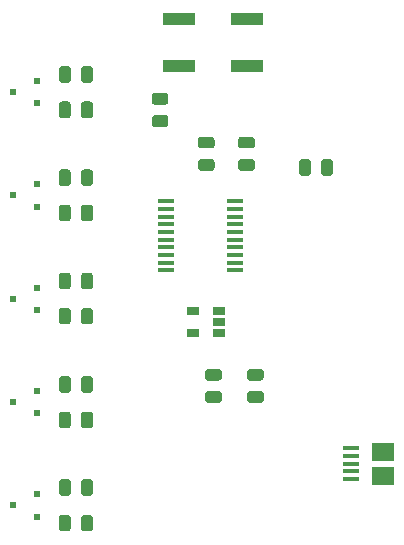
<source format=gbr>
G04 #@! TF.GenerationSoftware,KiCad,Pcbnew,(5.1.5)-3*
G04 #@! TF.CreationDate,2020-12-03T20:33:16+01:00*
G04 #@! TF.ProjectId,MCU_board,4d43555f-626f-4617-9264-2e6b69636164,rev?*
G04 #@! TF.SameCoordinates,Original*
G04 #@! TF.FileFunction,Paste,Top*
G04 #@! TF.FilePolarity,Positive*
%FSLAX46Y46*%
G04 Gerber Fmt 4.6, Leading zero omitted, Abs format (unit mm)*
G04 Created by KiCad (PCBNEW (5.1.5)-3) date 2020-12-03 20:33:16*
%MOMM*%
%LPD*%
G04 APERTURE LIST*
%ADD10R,2.750000X1.000000*%
%ADD11C,0.100000*%
%ADD12R,1.900000X1.500000*%
%ADD13R,1.350000X0.400000*%
%ADD14R,1.060000X0.650000*%
%ADD15R,1.450000X0.450000*%
%ADD16R,0.600000X0.500000*%
G04 APERTURE END LIST*
D10*
X71105000Y-74880000D03*
X65355000Y-74880000D03*
X71105000Y-70880000D03*
X65355000Y-70880000D03*
D11*
G36*
X72260142Y-100556174D02*
G01*
X72283803Y-100559684D01*
X72307007Y-100565496D01*
X72329529Y-100573554D01*
X72351153Y-100583782D01*
X72371670Y-100596079D01*
X72390883Y-100610329D01*
X72408607Y-100626393D01*
X72424671Y-100644117D01*
X72438921Y-100663330D01*
X72451218Y-100683847D01*
X72461446Y-100705471D01*
X72469504Y-100727993D01*
X72475316Y-100751197D01*
X72478826Y-100774858D01*
X72480000Y-100798750D01*
X72480000Y-101286250D01*
X72478826Y-101310142D01*
X72475316Y-101333803D01*
X72469504Y-101357007D01*
X72461446Y-101379529D01*
X72451218Y-101401153D01*
X72438921Y-101421670D01*
X72424671Y-101440883D01*
X72408607Y-101458607D01*
X72390883Y-101474671D01*
X72371670Y-101488921D01*
X72351153Y-101501218D01*
X72329529Y-101511446D01*
X72307007Y-101519504D01*
X72283803Y-101525316D01*
X72260142Y-101528826D01*
X72236250Y-101530000D01*
X71323750Y-101530000D01*
X71299858Y-101528826D01*
X71276197Y-101525316D01*
X71252993Y-101519504D01*
X71230471Y-101511446D01*
X71208847Y-101501218D01*
X71188330Y-101488921D01*
X71169117Y-101474671D01*
X71151393Y-101458607D01*
X71135329Y-101440883D01*
X71121079Y-101421670D01*
X71108782Y-101401153D01*
X71098554Y-101379529D01*
X71090496Y-101357007D01*
X71084684Y-101333803D01*
X71081174Y-101310142D01*
X71080000Y-101286250D01*
X71080000Y-100798750D01*
X71081174Y-100774858D01*
X71084684Y-100751197D01*
X71090496Y-100727993D01*
X71098554Y-100705471D01*
X71108782Y-100683847D01*
X71121079Y-100663330D01*
X71135329Y-100644117D01*
X71151393Y-100626393D01*
X71169117Y-100610329D01*
X71188330Y-100596079D01*
X71208847Y-100583782D01*
X71230471Y-100573554D01*
X71252993Y-100565496D01*
X71276197Y-100559684D01*
X71299858Y-100556174D01*
X71323750Y-100555000D01*
X72236250Y-100555000D01*
X72260142Y-100556174D01*
G37*
G36*
X72260142Y-102431174D02*
G01*
X72283803Y-102434684D01*
X72307007Y-102440496D01*
X72329529Y-102448554D01*
X72351153Y-102458782D01*
X72371670Y-102471079D01*
X72390883Y-102485329D01*
X72408607Y-102501393D01*
X72424671Y-102519117D01*
X72438921Y-102538330D01*
X72451218Y-102558847D01*
X72461446Y-102580471D01*
X72469504Y-102602993D01*
X72475316Y-102626197D01*
X72478826Y-102649858D01*
X72480000Y-102673750D01*
X72480000Y-103161250D01*
X72478826Y-103185142D01*
X72475316Y-103208803D01*
X72469504Y-103232007D01*
X72461446Y-103254529D01*
X72451218Y-103276153D01*
X72438921Y-103296670D01*
X72424671Y-103315883D01*
X72408607Y-103333607D01*
X72390883Y-103349671D01*
X72371670Y-103363921D01*
X72351153Y-103376218D01*
X72329529Y-103386446D01*
X72307007Y-103394504D01*
X72283803Y-103400316D01*
X72260142Y-103403826D01*
X72236250Y-103405000D01*
X71323750Y-103405000D01*
X71299858Y-103403826D01*
X71276197Y-103400316D01*
X71252993Y-103394504D01*
X71230471Y-103386446D01*
X71208847Y-103376218D01*
X71188330Y-103363921D01*
X71169117Y-103349671D01*
X71151393Y-103333607D01*
X71135329Y-103315883D01*
X71121079Y-103296670D01*
X71108782Y-103276153D01*
X71098554Y-103254529D01*
X71090496Y-103232007D01*
X71084684Y-103208803D01*
X71081174Y-103185142D01*
X71080000Y-103161250D01*
X71080000Y-102673750D01*
X71081174Y-102649858D01*
X71084684Y-102626197D01*
X71090496Y-102602993D01*
X71098554Y-102580471D01*
X71108782Y-102558847D01*
X71121079Y-102538330D01*
X71135329Y-102519117D01*
X71151393Y-102501393D01*
X71169117Y-102485329D01*
X71188330Y-102471079D01*
X71208847Y-102458782D01*
X71230471Y-102448554D01*
X71252993Y-102440496D01*
X71276197Y-102434684D01*
X71299858Y-102431174D01*
X71323750Y-102430000D01*
X72236250Y-102430000D01*
X72260142Y-102431174D01*
G37*
G36*
X68710142Y-102431174D02*
G01*
X68733803Y-102434684D01*
X68757007Y-102440496D01*
X68779529Y-102448554D01*
X68801153Y-102458782D01*
X68821670Y-102471079D01*
X68840883Y-102485329D01*
X68858607Y-102501393D01*
X68874671Y-102519117D01*
X68888921Y-102538330D01*
X68901218Y-102558847D01*
X68911446Y-102580471D01*
X68919504Y-102602993D01*
X68925316Y-102626197D01*
X68928826Y-102649858D01*
X68930000Y-102673750D01*
X68930000Y-103161250D01*
X68928826Y-103185142D01*
X68925316Y-103208803D01*
X68919504Y-103232007D01*
X68911446Y-103254529D01*
X68901218Y-103276153D01*
X68888921Y-103296670D01*
X68874671Y-103315883D01*
X68858607Y-103333607D01*
X68840883Y-103349671D01*
X68821670Y-103363921D01*
X68801153Y-103376218D01*
X68779529Y-103386446D01*
X68757007Y-103394504D01*
X68733803Y-103400316D01*
X68710142Y-103403826D01*
X68686250Y-103405000D01*
X67773750Y-103405000D01*
X67749858Y-103403826D01*
X67726197Y-103400316D01*
X67702993Y-103394504D01*
X67680471Y-103386446D01*
X67658847Y-103376218D01*
X67638330Y-103363921D01*
X67619117Y-103349671D01*
X67601393Y-103333607D01*
X67585329Y-103315883D01*
X67571079Y-103296670D01*
X67558782Y-103276153D01*
X67548554Y-103254529D01*
X67540496Y-103232007D01*
X67534684Y-103208803D01*
X67531174Y-103185142D01*
X67530000Y-103161250D01*
X67530000Y-102673750D01*
X67531174Y-102649858D01*
X67534684Y-102626197D01*
X67540496Y-102602993D01*
X67548554Y-102580471D01*
X67558782Y-102558847D01*
X67571079Y-102538330D01*
X67585329Y-102519117D01*
X67601393Y-102501393D01*
X67619117Y-102485329D01*
X67638330Y-102471079D01*
X67658847Y-102458782D01*
X67680471Y-102448554D01*
X67702993Y-102440496D01*
X67726197Y-102434684D01*
X67749858Y-102431174D01*
X67773750Y-102430000D01*
X68686250Y-102430000D01*
X68710142Y-102431174D01*
G37*
G36*
X68710142Y-100556174D02*
G01*
X68733803Y-100559684D01*
X68757007Y-100565496D01*
X68779529Y-100573554D01*
X68801153Y-100583782D01*
X68821670Y-100596079D01*
X68840883Y-100610329D01*
X68858607Y-100626393D01*
X68874671Y-100644117D01*
X68888921Y-100663330D01*
X68901218Y-100683847D01*
X68911446Y-100705471D01*
X68919504Y-100727993D01*
X68925316Y-100751197D01*
X68928826Y-100774858D01*
X68930000Y-100798750D01*
X68930000Y-101286250D01*
X68928826Y-101310142D01*
X68925316Y-101333803D01*
X68919504Y-101357007D01*
X68911446Y-101379529D01*
X68901218Y-101401153D01*
X68888921Y-101421670D01*
X68874671Y-101440883D01*
X68858607Y-101458607D01*
X68840883Y-101474671D01*
X68821670Y-101488921D01*
X68801153Y-101501218D01*
X68779529Y-101511446D01*
X68757007Y-101519504D01*
X68733803Y-101525316D01*
X68710142Y-101528826D01*
X68686250Y-101530000D01*
X67773750Y-101530000D01*
X67749858Y-101528826D01*
X67726197Y-101525316D01*
X67702993Y-101519504D01*
X67680471Y-101511446D01*
X67658847Y-101501218D01*
X67638330Y-101488921D01*
X67619117Y-101474671D01*
X67601393Y-101458607D01*
X67585329Y-101440883D01*
X67571079Y-101421670D01*
X67558782Y-101401153D01*
X67548554Y-101379529D01*
X67540496Y-101357007D01*
X67534684Y-101333803D01*
X67531174Y-101310142D01*
X67530000Y-101286250D01*
X67530000Y-100798750D01*
X67531174Y-100774858D01*
X67534684Y-100751197D01*
X67540496Y-100727993D01*
X67548554Y-100705471D01*
X67558782Y-100683847D01*
X67571079Y-100663330D01*
X67585329Y-100644117D01*
X67601393Y-100626393D01*
X67619117Y-100610329D01*
X67638330Y-100596079D01*
X67658847Y-100583782D01*
X67680471Y-100573554D01*
X67702993Y-100565496D01*
X67726197Y-100559684D01*
X67749858Y-100556174D01*
X67773750Y-100555000D01*
X68686250Y-100555000D01*
X68710142Y-100556174D01*
G37*
G36*
X68110142Y-80906174D02*
G01*
X68133803Y-80909684D01*
X68157007Y-80915496D01*
X68179529Y-80923554D01*
X68201153Y-80933782D01*
X68221670Y-80946079D01*
X68240883Y-80960329D01*
X68258607Y-80976393D01*
X68274671Y-80994117D01*
X68288921Y-81013330D01*
X68301218Y-81033847D01*
X68311446Y-81055471D01*
X68319504Y-81077993D01*
X68325316Y-81101197D01*
X68328826Y-81124858D01*
X68330000Y-81148750D01*
X68330000Y-81636250D01*
X68328826Y-81660142D01*
X68325316Y-81683803D01*
X68319504Y-81707007D01*
X68311446Y-81729529D01*
X68301218Y-81751153D01*
X68288921Y-81771670D01*
X68274671Y-81790883D01*
X68258607Y-81808607D01*
X68240883Y-81824671D01*
X68221670Y-81838921D01*
X68201153Y-81851218D01*
X68179529Y-81861446D01*
X68157007Y-81869504D01*
X68133803Y-81875316D01*
X68110142Y-81878826D01*
X68086250Y-81880000D01*
X67173750Y-81880000D01*
X67149858Y-81878826D01*
X67126197Y-81875316D01*
X67102993Y-81869504D01*
X67080471Y-81861446D01*
X67058847Y-81851218D01*
X67038330Y-81838921D01*
X67019117Y-81824671D01*
X67001393Y-81808607D01*
X66985329Y-81790883D01*
X66971079Y-81771670D01*
X66958782Y-81751153D01*
X66948554Y-81729529D01*
X66940496Y-81707007D01*
X66934684Y-81683803D01*
X66931174Y-81660142D01*
X66930000Y-81636250D01*
X66930000Y-81148750D01*
X66931174Y-81124858D01*
X66934684Y-81101197D01*
X66940496Y-81077993D01*
X66948554Y-81055471D01*
X66958782Y-81033847D01*
X66971079Y-81013330D01*
X66985329Y-80994117D01*
X67001393Y-80976393D01*
X67019117Y-80960329D01*
X67038330Y-80946079D01*
X67058847Y-80933782D01*
X67080471Y-80923554D01*
X67102993Y-80915496D01*
X67126197Y-80909684D01*
X67149858Y-80906174D01*
X67173750Y-80905000D01*
X68086250Y-80905000D01*
X68110142Y-80906174D01*
G37*
G36*
X68110142Y-82781174D02*
G01*
X68133803Y-82784684D01*
X68157007Y-82790496D01*
X68179529Y-82798554D01*
X68201153Y-82808782D01*
X68221670Y-82821079D01*
X68240883Y-82835329D01*
X68258607Y-82851393D01*
X68274671Y-82869117D01*
X68288921Y-82888330D01*
X68301218Y-82908847D01*
X68311446Y-82930471D01*
X68319504Y-82952993D01*
X68325316Y-82976197D01*
X68328826Y-82999858D01*
X68330000Y-83023750D01*
X68330000Y-83511250D01*
X68328826Y-83535142D01*
X68325316Y-83558803D01*
X68319504Y-83582007D01*
X68311446Y-83604529D01*
X68301218Y-83626153D01*
X68288921Y-83646670D01*
X68274671Y-83665883D01*
X68258607Y-83683607D01*
X68240883Y-83699671D01*
X68221670Y-83713921D01*
X68201153Y-83726218D01*
X68179529Y-83736446D01*
X68157007Y-83744504D01*
X68133803Y-83750316D01*
X68110142Y-83753826D01*
X68086250Y-83755000D01*
X67173750Y-83755000D01*
X67149858Y-83753826D01*
X67126197Y-83750316D01*
X67102993Y-83744504D01*
X67080471Y-83736446D01*
X67058847Y-83726218D01*
X67038330Y-83713921D01*
X67019117Y-83699671D01*
X67001393Y-83683607D01*
X66985329Y-83665883D01*
X66971079Y-83646670D01*
X66958782Y-83626153D01*
X66948554Y-83604529D01*
X66940496Y-83582007D01*
X66934684Y-83558803D01*
X66931174Y-83535142D01*
X66930000Y-83511250D01*
X66930000Y-83023750D01*
X66931174Y-82999858D01*
X66934684Y-82976197D01*
X66940496Y-82952993D01*
X66948554Y-82930471D01*
X66958782Y-82908847D01*
X66971079Y-82888330D01*
X66985329Y-82869117D01*
X67001393Y-82851393D01*
X67019117Y-82835329D01*
X67038330Y-82821079D01*
X67058847Y-82808782D01*
X67080471Y-82798554D01*
X67102993Y-82790496D01*
X67126197Y-82784684D01*
X67149858Y-82781174D01*
X67173750Y-82780000D01*
X68086250Y-82780000D01*
X68110142Y-82781174D01*
G37*
G36*
X71510142Y-82781174D02*
G01*
X71533803Y-82784684D01*
X71557007Y-82790496D01*
X71579529Y-82798554D01*
X71601153Y-82808782D01*
X71621670Y-82821079D01*
X71640883Y-82835329D01*
X71658607Y-82851393D01*
X71674671Y-82869117D01*
X71688921Y-82888330D01*
X71701218Y-82908847D01*
X71711446Y-82930471D01*
X71719504Y-82952993D01*
X71725316Y-82976197D01*
X71728826Y-82999858D01*
X71730000Y-83023750D01*
X71730000Y-83511250D01*
X71728826Y-83535142D01*
X71725316Y-83558803D01*
X71719504Y-83582007D01*
X71711446Y-83604529D01*
X71701218Y-83626153D01*
X71688921Y-83646670D01*
X71674671Y-83665883D01*
X71658607Y-83683607D01*
X71640883Y-83699671D01*
X71621670Y-83713921D01*
X71601153Y-83726218D01*
X71579529Y-83736446D01*
X71557007Y-83744504D01*
X71533803Y-83750316D01*
X71510142Y-83753826D01*
X71486250Y-83755000D01*
X70573750Y-83755000D01*
X70549858Y-83753826D01*
X70526197Y-83750316D01*
X70502993Y-83744504D01*
X70480471Y-83736446D01*
X70458847Y-83726218D01*
X70438330Y-83713921D01*
X70419117Y-83699671D01*
X70401393Y-83683607D01*
X70385329Y-83665883D01*
X70371079Y-83646670D01*
X70358782Y-83626153D01*
X70348554Y-83604529D01*
X70340496Y-83582007D01*
X70334684Y-83558803D01*
X70331174Y-83535142D01*
X70330000Y-83511250D01*
X70330000Y-83023750D01*
X70331174Y-82999858D01*
X70334684Y-82976197D01*
X70340496Y-82952993D01*
X70348554Y-82930471D01*
X70358782Y-82908847D01*
X70371079Y-82888330D01*
X70385329Y-82869117D01*
X70401393Y-82851393D01*
X70419117Y-82835329D01*
X70438330Y-82821079D01*
X70458847Y-82808782D01*
X70480471Y-82798554D01*
X70502993Y-82790496D01*
X70526197Y-82784684D01*
X70549858Y-82781174D01*
X70573750Y-82780000D01*
X71486250Y-82780000D01*
X71510142Y-82781174D01*
G37*
G36*
X71510142Y-80906174D02*
G01*
X71533803Y-80909684D01*
X71557007Y-80915496D01*
X71579529Y-80923554D01*
X71601153Y-80933782D01*
X71621670Y-80946079D01*
X71640883Y-80960329D01*
X71658607Y-80976393D01*
X71674671Y-80994117D01*
X71688921Y-81013330D01*
X71701218Y-81033847D01*
X71711446Y-81055471D01*
X71719504Y-81077993D01*
X71725316Y-81101197D01*
X71728826Y-81124858D01*
X71730000Y-81148750D01*
X71730000Y-81636250D01*
X71728826Y-81660142D01*
X71725316Y-81683803D01*
X71719504Y-81707007D01*
X71711446Y-81729529D01*
X71701218Y-81751153D01*
X71688921Y-81771670D01*
X71674671Y-81790883D01*
X71658607Y-81808607D01*
X71640883Y-81824671D01*
X71621670Y-81838921D01*
X71601153Y-81851218D01*
X71579529Y-81861446D01*
X71557007Y-81869504D01*
X71533803Y-81875316D01*
X71510142Y-81878826D01*
X71486250Y-81880000D01*
X70573750Y-81880000D01*
X70549858Y-81878826D01*
X70526197Y-81875316D01*
X70502993Y-81869504D01*
X70480471Y-81861446D01*
X70458847Y-81851218D01*
X70438330Y-81838921D01*
X70419117Y-81824671D01*
X70401393Y-81808607D01*
X70385329Y-81790883D01*
X70371079Y-81771670D01*
X70358782Y-81751153D01*
X70348554Y-81729529D01*
X70340496Y-81707007D01*
X70334684Y-81683803D01*
X70331174Y-81660142D01*
X70330000Y-81636250D01*
X70330000Y-81148750D01*
X70331174Y-81124858D01*
X70334684Y-81101197D01*
X70340496Y-81077993D01*
X70348554Y-81055471D01*
X70358782Y-81033847D01*
X70371079Y-81013330D01*
X70385329Y-80994117D01*
X70401393Y-80976393D01*
X70419117Y-80960329D01*
X70438330Y-80946079D01*
X70458847Y-80933782D01*
X70480471Y-80923554D01*
X70502993Y-80915496D01*
X70526197Y-80909684D01*
X70549858Y-80906174D01*
X70573750Y-80905000D01*
X71486250Y-80905000D01*
X71510142Y-80906174D01*
G37*
D12*
X82617500Y-107580000D03*
D13*
X79917500Y-109230000D03*
X79917500Y-109880000D03*
X79917500Y-107280000D03*
X79917500Y-107930000D03*
X79917500Y-108580000D03*
D12*
X82617500Y-109580000D03*
D11*
G36*
X78135142Y-82781174D02*
G01*
X78158803Y-82784684D01*
X78182007Y-82790496D01*
X78204529Y-82798554D01*
X78226153Y-82808782D01*
X78246670Y-82821079D01*
X78265883Y-82835329D01*
X78283607Y-82851393D01*
X78299671Y-82869117D01*
X78313921Y-82888330D01*
X78326218Y-82908847D01*
X78336446Y-82930471D01*
X78344504Y-82952993D01*
X78350316Y-82976197D01*
X78353826Y-82999858D01*
X78355000Y-83023750D01*
X78355000Y-83936250D01*
X78353826Y-83960142D01*
X78350316Y-83983803D01*
X78344504Y-84007007D01*
X78336446Y-84029529D01*
X78326218Y-84051153D01*
X78313921Y-84071670D01*
X78299671Y-84090883D01*
X78283607Y-84108607D01*
X78265883Y-84124671D01*
X78246670Y-84138921D01*
X78226153Y-84151218D01*
X78204529Y-84161446D01*
X78182007Y-84169504D01*
X78158803Y-84175316D01*
X78135142Y-84178826D01*
X78111250Y-84180000D01*
X77623750Y-84180000D01*
X77599858Y-84178826D01*
X77576197Y-84175316D01*
X77552993Y-84169504D01*
X77530471Y-84161446D01*
X77508847Y-84151218D01*
X77488330Y-84138921D01*
X77469117Y-84124671D01*
X77451393Y-84108607D01*
X77435329Y-84090883D01*
X77421079Y-84071670D01*
X77408782Y-84051153D01*
X77398554Y-84029529D01*
X77390496Y-84007007D01*
X77384684Y-83983803D01*
X77381174Y-83960142D01*
X77380000Y-83936250D01*
X77380000Y-83023750D01*
X77381174Y-82999858D01*
X77384684Y-82976197D01*
X77390496Y-82952993D01*
X77398554Y-82930471D01*
X77408782Y-82908847D01*
X77421079Y-82888330D01*
X77435329Y-82869117D01*
X77451393Y-82851393D01*
X77469117Y-82835329D01*
X77488330Y-82821079D01*
X77508847Y-82808782D01*
X77530471Y-82798554D01*
X77552993Y-82790496D01*
X77576197Y-82784684D01*
X77599858Y-82781174D01*
X77623750Y-82780000D01*
X78111250Y-82780000D01*
X78135142Y-82781174D01*
G37*
G36*
X76260142Y-82781174D02*
G01*
X76283803Y-82784684D01*
X76307007Y-82790496D01*
X76329529Y-82798554D01*
X76351153Y-82808782D01*
X76371670Y-82821079D01*
X76390883Y-82835329D01*
X76408607Y-82851393D01*
X76424671Y-82869117D01*
X76438921Y-82888330D01*
X76451218Y-82908847D01*
X76461446Y-82930471D01*
X76469504Y-82952993D01*
X76475316Y-82976197D01*
X76478826Y-82999858D01*
X76480000Y-83023750D01*
X76480000Y-83936250D01*
X76478826Y-83960142D01*
X76475316Y-83983803D01*
X76469504Y-84007007D01*
X76461446Y-84029529D01*
X76451218Y-84051153D01*
X76438921Y-84071670D01*
X76424671Y-84090883D01*
X76408607Y-84108607D01*
X76390883Y-84124671D01*
X76371670Y-84138921D01*
X76351153Y-84151218D01*
X76329529Y-84161446D01*
X76307007Y-84169504D01*
X76283803Y-84175316D01*
X76260142Y-84178826D01*
X76236250Y-84180000D01*
X75748750Y-84180000D01*
X75724858Y-84178826D01*
X75701197Y-84175316D01*
X75677993Y-84169504D01*
X75655471Y-84161446D01*
X75633847Y-84151218D01*
X75613330Y-84138921D01*
X75594117Y-84124671D01*
X75576393Y-84108607D01*
X75560329Y-84090883D01*
X75546079Y-84071670D01*
X75533782Y-84051153D01*
X75523554Y-84029529D01*
X75515496Y-84007007D01*
X75509684Y-83983803D01*
X75506174Y-83960142D01*
X75505000Y-83936250D01*
X75505000Y-83023750D01*
X75506174Y-82999858D01*
X75509684Y-82976197D01*
X75515496Y-82952993D01*
X75523554Y-82930471D01*
X75533782Y-82908847D01*
X75546079Y-82888330D01*
X75560329Y-82869117D01*
X75576393Y-82851393D01*
X75594117Y-82835329D01*
X75613330Y-82821079D01*
X75633847Y-82808782D01*
X75655471Y-82798554D01*
X75677993Y-82790496D01*
X75701197Y-82784684D01*
X75724858Y-82781174D01*
X75748750Y-82780000D01*
X76236250Y-82780000D01*
X76260142Y-82781174D01*
G37*
G36*
X64210142Y-77193674D02*
G01*
X64233803Y-77197184D01*
X64257007Y-77202996D01*
X64279529Y-77211054D01*
X64301153Y-77221282D01*
X64321670Y-77233579D01*
X64340883Y-77247829D01*
X64358607Y-77263893D01*
X64374671Y-77281617D01*
X64388921Y-77300830D01*
X64401218Y-77321347D01*
X64411446Y-77342971D01*
X64419504Y-77365493D01*
X64425316Y-77388697D01*
X64428826Y-77412358D01*
X64430000Y-77436250D01*
X64430000Y-77923750D01*
X64428826Y-77947642D01*
X64425316Y-77971303D01*
X64419504Y-77994507D01*
X64411446Y-78017029D01*
X64401218Y-78038653D01*
X64388921Y-78059170D01*
X64374671Y-78078383D01*
X64358607Y-78096107D01*
X64340883Y-78112171D01*
X64321670Y-78126421D01*
X64301153Y-78138718D01*
X64279529Y-78148946D01*
X64257007Y-78157004D01*
X64233803Y-78162816D01*
X64210142Y-78166326D01*
X64186250Y-78167500D01*
X63273750Y-78167500D01*
X63249858Y-78166326D01*
X63226197Y-78162816D01*
X63202993Y-78157004D01*
X63180471Y-78148946D01*
X63158847Y-78138718D01*
X63138330Y-78126421D01*
X63119117Y-78112171D01*
X63101393Y-78096107D01*
X63085329Y-78078383D01*
X63071079Y-78059170D01*
X63058782Y-78038653D01*
X63048554Y-78017029D01*
X63040496Y-77994507D01*
X63034684Y-77971303D01*
X63031174Y-77947642D01*
X63030000Y-77923750D01*
X63030000Y-77436250D01*
X63031174Y-77412358D01*
X63034684Y-77388697D01*
X63040496Y-77365493D01*
X63048554Y-77342971D01*
X63058782Y-77321347D01*
X63071079Y-77300830D01*
X63085329Y-77281617D01*
X63101393Y-77263893D01*
X63119117Y-77247829D01*
X63138330Y-77233579D01*
X63158847Y-77221282D01*
X63180471Y-77211054D01*
X63202993Y-77202996D01*
X63226197Y-77197184D01*
X63249858Y-77193674D01*
X63273750Y-77192500D01*
X64186250Y-77192500D01*
X64210142Y-77193674D01*
G37*
G36*
X64210142Y-79068674D02*
G01*
X64233803Y-79072184D01*
X64257007Y-79077996D01*
X64279529Y-79086054D01*
X64301153Y-79096282D01*
X64321670Y-79108579D01*
X64340883Y-79122829D01*
X64358607Y-79138893D01*
X64374671Y-79156617D01*
X64388921Y-79175830D01*
X64401218Y-79196347D01*
X64411446Y-79217971D01*
X64419504Y-79240493D01*
X64425316Y-79263697D01*
X64428826Y-79287358D01*
X64430000Y-79311250D01*
X64430000Y-79798750D01*
X64428826Y-79822642D01*
X64425316Y-79846303D01*
X64419504Y-79869507D01*
X64411446Y-79892029D01*
X64401218Y-79913653D01*
X64388921Y-79934170D01*
X64374671Y-79953383D01*
X64358607Y-79971107D01*
X64340883Y-79987171D01*
X64321670Y-80001421D01*
X64301153Y-80013718D01*
X64279529Y-80023946D01*
X64257007Y-80032004D01*
X64233803Y-80037816D01*
X64210142Y-80041326D01*
X64186250Y-80042500D01*
X63273750Y-80042500D01*
X63249858Y-80041326D01*
X63226197Y-80037816D01*
X63202993Y-80032004D01*
X63180471Y-80023946D01*
X63158847Y-80013718D01*
X63138330Y-80001421D01*
X63119117Y-79987171D01*
X63101393Y-79971107D01*
X63085329Y-79953383D01*
X63071079Y-79934170D01*
X63058782Y-79913653D01*
X63048554Y-79892029D01*
X63040496Y-79869507D01*
X63034684Y-79846303D01*
X63031174Y-79822642D01*
X63030000Y-79798750D01*
X63030000Y-79311250D01*
X63031174Y-79287358D01*
X63034684Y-79263697D01*
X63040496Y-79240493D01*
X63048554Y-79217971D01*
X63058782Y-79196347D01*
X63071079Y-79175830D01*
X63085329Y-79156617D01*
X63101393Y-79138893D01*
X63119117Y-79122829D01*
X63138330Y-79108579D01*
X63158847Y-79096282D01*
X63180471Y-79086054D01*
X63202993Y-79077996D01*
X63226197Y-79072184D01*
X63249858Y-79068674D01*
X63273750Y-79067500D01*
X64186250Y-79067500D01*
X64210142Y-79068674D01*
G37*
D14*
X68730000Y-97530000D03*
X68730000Y-96580000D03*
X68730000Y-95630000D03*
X66530000Y-95630000D03*
X66530000Y-97530000D03*
D15*
X64180000Y-86355000D03*
X64180000Y-87005000D03*
X64180000Y-87655000D03*
X64180000Y-88305000D03*
X64180000Y-88955000D03*
X64180000Y-89605000D03*
X64180000Y-90255000D03*
X64180000Y-90905000D03*
X64180000Y-91555000D03*
X64180000Y-92205000D03*
X70080000Y-92205000D03*
X70080000Y-91555000D03*
X70080000Y-90905000D03*
X70080000Y-90255000D03*
X70080000Y-89605000D03*
X70080000Y-88955000D03*
X70080000Y-88305000D03*
X70080000Y-87655000D03*
X70080000Y-87005000D03*
X70080000Y-86355000D03*
D16*
X53280000Y-76155000D03*
X53280000Y-78055000D03*
X51280000Y-77105000D03*
D11*
G36*
X57797642Y-77906174D02*
G01*
X57821303Y-77909684D01*
X57844507Y-77915496D01*
X57867029Y-77923554D01*
X57888653Y-77933782D01*
X57909170Y-77946079D01*
X57928383Y-77960329D01*
X57946107Y-77976393D01*
X57962171Y-77994117D01*
X57976421Y-78013330D01*
X57988718Y-78033847D01*
X57998946Y-78055471D01*
X58007004Y-78077993D01*
X58012816Y-78101197D01*
X58016326Y-78124858D01*
X58017500Y-78148750D01*
X58017500Y-79061250D01*
X58016326Y-79085142D01*
X58012816Y-79108803D01*
X58007004Y-79132007D01*
X57998946Y-79154529D01*
X57988718Y-79176153D01*
X57976421Y-79196670D01*
X57962171Y-79215883D01*
X57946107Y-79233607D01*
X57928383Y-79249671D01*
X57909170Y-79263921D01*
X57888653Y-79276218D01*
X57867029Y-79286446D01*
X57844507Y-79294504D01*
X57821303Y-79300316D01*
X57797642Y-79303826D01*
X57773750Y-79305000D01*
X57286250Y-79305000D01*
X57262358Y-79303826D01*
X57238697Y-79300316D01*
X57215493Y-79294504D01*
X57192971Y-79286446D01*
X57171347Y-79276218D01*
X57150830Y-79263921D01*
X57131617Y-79249671D01*
X57113893Y-79233607D01*
X57097829Y-79215883D01*
X57083579Y-79196670D01*
X57071282Y-79176153D01*
X57061054Y-79154529D01*
X57052996Y-79132007D01*
X57047184Y-79108803D01*
X57043674Y-79085142D01*
X57042500Y-79061250D01*
X57042500Y-78148750D01*
X57043674Y-78124858D01*
X57047184Y-78101197D01*
X57052996Y-78077993D01*
X57061054Y-78055471D01*
X57071282Y-78033847D01*
X57083579Y-78013330D01*
X57097829Y-77994117D01*
X57113893Y-77976393D01*
X57131617Y-77960329D01*
X57150830Y-77946079D01*
X57171347Y-77933782D01*
X57192971Y-77923554D01*
X57215493Y-77915496D01*
X57238697Y-77909684D01*
X57262358Y-77906174D01*
X57286250Y-77905000D01*
X57773750Y-77905000D01*
X57797642Y-77906174D01*
G37*
G36*
X55922642Y-77906174D02*
G01*
X55946303Y-77909684D01*
X55969507Y-77915496D01*
X55992029Y-77923554D01*
X56013653Y-77933782D01*
X56034170Y-77946079D01*
X56053383Y-77960329D01*
X56071107Y-77976393D01*
X56087171Y-77994117D01*
X56101421Y-78013330D01*
X56113718Y-78033847D01*
X56123946Y-78055471D01*
X56132004Y-78077993D01*
X56137816Y-78101197D01*
X56141326Y-78124858D01*
X56142500Y-78148750D01*
X56142500Y-79061250D01*
X56141326Y-79085142D01*
X56137816Y-79108803D01*
X56132004Y-79132007D01*
X56123946Y-79154529D01*
X56113718Y-79176153D01*
X56101421Y-79196670D01*
X56087171Y-79215883D01*
X56071107Y-79233607D01*
X56053383Y-79249671D01*
X56034170Y-79263921D01*
X56013653Y-79276218D01*
X55992029Y-79286446D01*
X55969507Y-79294504D01*
X55946303Y-79300316D01*
X55922642Y-79303826D01*
X55898750Y-79305000D01*
X55411250Y-79305000D01*
X55387358Y-79303826D01*
X55363697Y-79300316D01*
X55340493Y-79294504D01*
X55317971Y-79286446D01*
X55296347Y-79276218D01*
X55275830Y-79263921D01*
X55256617Y-79249671D01*
X55238893Y-79233607D01*
X55222829Y-79215883D01*
X55208579Y-79196670D01*
X55196282Y-79176153D01*
X55186054Y-79154529D01*
X55177996Y-79132007D01*
X55172184Y-79108803D01*
X55168674Y-79085142D01*
X55167500Y-79061250D01*
X55167500Y-78148750D01*
X55168674Y-78124858D01*
X55172184Y-78101197D01*
X55177996Y-78077993D01*
X55186054Y-78055471D01*
X55196282Y-78033847D01*
X55208579Y-78013330D01*
X55222829Y-77994117D01*
X55238893Y-77976393D01*
X55256617Y-77960329D01*
X55275830Y-77946079D01*
X55296347Y-77933782D01*
X55317971Y-77923554D01*
X55340493Y-77915496D01*
X55363697Y-77909684D01*
X55387358Y-77906174D01*
X55411250Y-77905000D01*
X55898750Y-77905000D01*
X55922642Y-77906174D01*
G37*
G36*
X55922642Y-74906174D02*
G01*
X55946303Y-74909684D01*
X55969507Y-74915496D01*
X55992029Y-74923554D01*
X56013653Y-74933782D01*
X56034170Y-74946079D01*
X56053383Y-74960329D01*
X56071107Y-74976393D01*
X56087171Y-74994117D01*
X56101421Y-75013330D01*
X56113718Y-75033847D01*
X56123946Y-75055471D01*
X56132004Y-75077993D01*
X56137816Y-75101197D01*
X56141326Y-75124858D01*
X56142500Y-75148750D01*
X56142500Y-76061250D01*
X56141326Y-76085142D01*
X56137816Y-76108803D01*
X56132004Y-76132007D01*
X56123946Y-76154529D01*
X56113718Y-76176153D01*
X56101421Y-76196670D01*
X56087171Y-76215883D01*
X56071107Y-76233607D01*
X56053383Y-76249671D01*
X56034170Y-76263921D01*
X56013653Y-76276218D01*
X55992029Y-76286446D01*
X55969507Y-76294504D01*
X55946303Y-76300316D01*
X55922642Y-76303826D01*
X55898750Y-76305000D01*
X55411250Y-76305000D01*
X55387358Y-76303826D01*
X55363697Y-76300316D01*
X55340493Y-76294504D01*
X55317971Y-76286446D01*
X55296347Y-76276218D01*
X55275830Y-76263921D01*
X55256617Y-76249671D01*
X55238893Y-76233607D01*
X55222829Y-76215883D01*
X55208579Y-76196670D01*
X55196282Y-76176153D01*
X55186054Y-76154529D01*
X55177996Y-76132007D01*
X55172184Y-76108803D01*
X55168674Y-76085142D01*
X55167500Y-76061250D01*
X55167500Y-75148750D01*
X55168674Y-75124858D01*
X55172184Y-75101197D01*
X55177996Y-75077993D01*
X55186054Y-75055471D01*
X55196282Y-75033847D01*
X55208579Y-75013330D01*
X55222829Y-74994117D01*
X55238893Y-74976393D01*
X55256617Y-74960329D01*
X55275830Y-74946079D01*
X55296347Y-74933782D01*
X55317971Y-74923554D01*
X55340493Y-74915496D01*
X55363697Y-74909684D01*
X55387358Y-74906174D01*
X55411250Y-74905000D01*
X55898750Y-74905000D01*
X55922642Y-74906174D01*
G37*
G36*
X57797642Y-74906174D02*
G01*
X57821303Y-74909684D01*
X57844507Y-74915496D01*
X57867029Y-74923554D01*
X57888653Y-74933782D01*
X57909170Y-74946079D01*
X57928383Y-74960329D01*
X57946107Y-74976393D01*
X57962171Y-74994117D01*
X57976421Y-75013330D01*
X57988718Y-75033847D01*
X57998946Y-75055471D01*
X58007004Y-75077993D01*
X58012816Y-75101197D01*
X58016326Y-75124858D01*
X58017500Y-75148750D01*
X58017500Y-76061250D01*
X58016326Y-76085142D01*
X58012816Y-76108803D01*
X58007004Y-76132007D01*
X57998946Y-76154529D01*
X57988718Y-76176153D01*
X57976421Y-76196670D01*
X57962171Y-76215883D01*
X57946107Y-76233607D01*
X57928383Y-76249671D01*
X57909170Y-76263921D01*
X57888653Y-76276218D01*
X57867029Y-76286446D01*
X57844507Y-76294504D01*
X57821303Y-76300316D01*
X57797642Y-76303826D01*
X57773750Y-76305000D01*
X57286250Y-76305000D01*
X57262358Y-76303826D01*
X57238697Y-76300316D01*
X57215493Y-76294504D01*
X57192971Y-76286446D01*
X57171347Y-76276218D01*
X57150830Y-76263921D01*
X57131617Y-76249671D01*
X57113893Y-76233607D01*
X57097829Y-76215883D01*
X57083579Y-76196670D01*
X57071282Y-76176153D01*
X57061054Y-76154529D01*
X57052996Y-76132007D01*
X57047184Y-76108803D01*
X57043674Y-76085142D01*
X57042500Y-76061250D01*
X57042500Y-75148750D01*
X57043674Y-75124858D01*
X57047184Y-75101197D01*
X57052996Y-75077993D01*
X57061054Y-75055471D01*
X57071282Y-75033847D01*
X57083579Y-75013330D01*
X57097829Y-74994117D01*
X57113893Y-74976393D01*
X57131617Y-74960329D01*
X57150830Y-74946079D01*
X57171347Y-74933782D01*
X57192971Y-74923554D01*
X57215493Y-74915496D01*
X57238697Y-74909684D01*
X57262358Y-74906174D01*
X57286250Y-74905000D01*
X57773750Y-74905000D01*
X57797642Y-74906174D01*
G37*
D16*
X51280000Y-85855000D03*
X53280000Y-86805000D03*
X53280000Y-84905000D03*
X53280000Y-93655000D03*
X53280000Y-95555000D03*
X51280000Y-94605000D03*
X53280000Y-102405000D03*
X53280000Y-104305000D03*
X51280000Y-103355000D03*
X51280000Y-112105000D03*
X53280000Y-113055000D03*
X53280000Y-111155000D03*
D11*
G36*
X55922642Y-86631174D02*
G01*
X55946303Y-86634684D01*
X55969507Y-86640496D01*
X55992029Y-86648554D01*
X56013653Y-86658782D01*
X56034170Y-86671079D01*
X56053383Y-86685329D01*
X56071107Y-86701393D01*
X56087171Y-86719117D01*
X56101421Y-86738330D01*
X56113718Y-86758847D01*
X56123946Y-86780471D01*
X56132004Y-86802993D01*
X56137816Y-86826197D01*
X56141326Y-86849858D01*
X56142500Y-86873750D01*
X56142500Y-87786250D01*
X56141326Y-87810142D01*
X56137816Y-87833803D01*
X56132004Y-87857007D01*
X56123946Y-87879529D01*
X56113718Y-87901153D01*
X56101421Y-87921670D01*
X56087171Y-87940883D01*
X56071107Y-87958607D01*
X56053383Y-87974671D01*
X56034170Y-87988921D01*
X56013653Y-88001218D01*
X55992029Y-88011446D01*
X55969507Y-88019504D01*
X55946303Y-88025316D01*
X55922642Y-88028826D01*
X55898750Y-88030000D01*
X55411250Y-88030000D01*
X55387358Y-88028826D01*
X55363697Y-88025316D01*
X55340493Y-88019504D01*
X55317971Y-88011446D01*
X55296347Y-88001218D01*
X55275830Y-87988921D01*
X55256617Y-87974671D01*
X55238893Y-87958607D01*
X55222829Y-87940883D01*
X55208579Y-87921670D01*
X55196282Y-87901153D01*
X55186054Y-87879529D01*
X55177996Y-87857007D01*
X55172184Y-87833803D01*
X55168674Y-87810142D01*
X55167500Y-87786250D01*
X55167500Y-86873750D01*
X55168674Y-86849858D01*
X55172184Y-86826197D01*
X55177996Y-86802993D01*
X55186054Y-86780471D01*
X55196282Y-86758847D01*
X55208579Y-86738330D01*
X55222829Y-86719117D01*
X55238893Y-86701393D01*
X55256617Y-86685329D01*
X55275830Y-86671079D01*
X55296347Y-86658782D01*
X55317971Y-86648554D01*
X55340493Y-86640496D01*
X55363697Y-86634684D01*
X55387358Y-86631174D01*
X55411250Y-86630000D01*
X55898750Y-86630000D01*
X55922642Y-86631174D01*
G37*
G36*
X57797642Y-86631174D02*
G01*
X57821303Y-86634684D01*
X57844507Y-86640496D01*
X57867029Y-86648554D01*
X57888653Y-86658782D01*
X57909170Y-86671079D01*
X57928383Y-86685329D01*
X57946107Y-86701393D01*
X57962171Y-86719117D01*
X57976421Y-86738330D01*
X57988718Y-86758847D01*
X57998946Y-86780471D01*
X58007004Y-86802993D01*
X58012816Y-86826197D01*
X58016326Y-86849858D01*
X58017500Y-86873750D01*
X58017500Y-87786250D01*
X58016326Y-87810142D01*
X58012816Y-87833803D01*
X58007004Y-87857007D01*
X57998946Y-87879529D01*
X57988718Y-87901153D01*
X57976421Y-87921670D01*
X57962171Y-87940883D01*
X57946107Y-87958607D01*
X57928383Y-87974671D01*
X57909170Y-87988921D01*
X57888653Y-88001218D01*
X57867029Y-88011446D01*
X57844507Y-88019504D01*
X57821303Y-88025316D01*
X57797642Y-88028826D01*
X57773750Y-88030000D01*
X57286250Y-88030000D01*
X57262358Y-88028826D01*
X57238697Y-88025316D01*
X57215493Y-88019504D01*
X57192971Y-88011446D01*
X57171347Y-88001218D01*
X57150830Y-87988921D01*
X57131617Y-87974671D01*
X57113893Y-87958607D01*
X57097829Y-87940883D01*
X57083579Y-87921670D01*
X57071282Y-87901153D01*
X57061054Y-87879529D01*
X57052996Y-87857007D01*
X57047184Y-87833803D01*
X57043674Y-87810142D01*
X57042500Y-87786250D01*
X57042500Y-86873750D01*
X57043674Y-86849858D01*
X57047184Y-86826197D01*
X57052996Y-86802993D01*
X57061054Y-86780471D01*
X57071282Y-86758847D01*
X57083579Y-86738330D01*
X57097829Y-86719117D01*
X57113893Y-86701393D01*
X57131617Y-86685329D01*
X57150830Y-86671079D01*
X57171347Y-86658782D01*
X57192971Y-86648554D01*
X57215493Y-86640496D01*
X57238697Y-86634684D01*
X57262358Y-86631174D01*
X57286250Y-86630000D01*
X57773750Y-86630000D01*
X57797642Y-86631174D01*
G37*
G36*
X57797642Y-83656174D02*
G01*
X57821303Y-83659684D01*
X57844507Y-83665496D01*
X57867029Y-83673554D01*
X57888653Y-83683782D01*
X57909170Y-83696079D01*
X57928383Y-83710329D01*
X57946107Y-83726393D01*
X57962171Y-83744117D01*
X57976421Y-83763330D01*
X57988718Y-83783847D01*
X57998946Y-83805471D01*
X58007004Y-83827993D01*
X58012816Y-83851197D01*
X58016326Y-83874858D01*
X58017500Y-83898750D01*
X58017500Y-84811250D01*
X58016326Y-84835142D01*
X58012816Y-84858803D01*
X58007004Y-84882007D01*
X57998946Y-84904529D01*
X57988718Y-84926153D01*
X57976421Y-84946670D01*
X57962171Y-84965883D01*
X57946107Y-84983607D01*
X57928383Y-84999671D01*
X57909170Y-85013921D01*
X57888653Y-85026218D01*
X57867029Y-85036446D01*
X57844507Y-85044504D01*
X57821303Y-85050316D01*
X57797642Y-85053826D01*
X57773750Y-85055000D01*
X57286250Y-85055000D01*
X57262358Y-85053826D01*
X57238697Y-85050316D01*
X57215493Y-85044504D01*
X57192971Y-85036446D01*
X57171347Y-85026218D01*
X57150830Y-85013921D01*
X57131617Y-84999671D01*
X57113893Y-84983607D01*
X57097829Y-84965883D01*
X57083579Y-84946670D01*
X57071282Y-84926153D01*
X57061054Y-84904529D01*
X57052996Y-84882007D01*
X57047184Y-84858803D01*
X57043674Y-84835142D01*
X57042500Y-84811250D01*
X57042500Y-83898750D01*
X57043674Y-83874858D01*
X57047184Y-83851197D01*
X57052996Y-83827993D01*
X57061054Y-83805471D01*
X57071282Y-83783847D01*
X57083579Y-83763330D01*
X57097829Y-83744117D01*
X57113893Y-83726393D01*
X57131617Y-83710329D01*
X57150830Y-83696079D01*
X57171347Y-83683782D01*
X57192971Y-83673554D01*
X57215493Y-83665496D01*
X57238697Y-83659684D01*
X57262358Y-83656174D01*
X57286250Y-83655000D01*
X57773750Y-83655000D01*
X57797642Y-83656174D01*
G37*
G36*
X55922642Y-83656174D02*
G01*
X55946303Y-83659684D01*
X55969507Y-83665496D01*
X55992029Y-83673554D01*
X56013653Y-83683782D01*
X56034170Y-83696079D01*
X56053383Y-83710329D01*
X56071107Y-83726393D01*
X56087171Y-83744117D01*
X56101421Y-83763330D01*
X56113718Y-83783847D01*
X56123946Y-83805471D01*
X56132004Y-83827993D01*
X56137816Y-83851197D01*
X56141326Y-83874858D01*
X56142500Y-83898750D01*
X56142500Y-84811250D01*
X56141326Y-84835142D01*
X56137816Y-84858803D01*
X56132004Y-84882007D01*
X56123946Y-84904529D01*
X56113718Y-84926153D01*
X56101421Y-84946670D01*
X56087171Y-84965883D01*
X56071107Y-84983607D01*
X56053383Y-84999671D01*
X56034170Y-85013921D01*
X56013653Y-85026218D01*
X55992029Y-85036446D01*
X55969507Y-85044504D01*
X55946303Y-85050316D01*
X55922642Y-85053826D01*
X55898750Y-85055000D01*
X55411250Y-85055000D01*
X55387358Y-85053826D01*
X55363697Y-85050316D01*
X55340493Y-85044504D01*
X55317971Y-85036446D01*
X55296347Y-85026218D01*
X55275830Y-85013921D01*
X55256617Y-84999671D01*
X55238893Y-84983607D01*
X55222829Y-84965883D01*
X55208579Y-84946670D01*
X55196282Y-84926153D01*
X55186054Y-84904529D01*
X55177996Y-84882007D01*
X55172184Y-84858803D01*
X55168674Y-84835142D01*
X55167500Y-84811250D01*
X55167500Y-83898750D01*
X55168674Y-83874858D01*
X55172184Y-83851197D01*
X55177996Y-83827993D01*
X55186054Y-83805471D01*
X55196282Y-83783847D01*
X55208579Y-83763330D01*
X55222829Y-83744117D01*
X55238893Y-83726393D01*
X55256617Y-83710329D01*
X55275830Y-83696079D01*
X55296347Y-83683782D01*
X55317971Y-83673554D01*
X55340493Y-83665496D01*
X55363697Y-83659684D01*
X55387358Y-83656174D01*
X55411250Y-83655000D01*
X55898750Y-83655000D01*
X55922642Y-83656174D01*
G37*
G36*
X57797642Y-95381174D02*
G01*
X57821303Y-95384684D01*
X57844507Y-95390496D01*
X57867029Y-95398554D01*
X57888653Y-95408782D01*
X57909170Y-95421079D01*
X57928383Y-95435329D01*
X57946107Y-95451393D01*
X57962171Y-95469117D01*
X57976421Y-95488330D01*
X57988718Y-95508847D01*
X57998946Y-95530471D01*
X58007004Y-95552993D01*
X58012816Y-95576197D01*
X58016326Y-95599858D01*
X58017500Y-95623750D01*
X58017500Y-96536250D01*
X58016326Y-96560142D01*
X58012816Y-96583803D01*
X58007004Y-96607007D01*
X57998946Y-96629529D01*
X57988718Y-96651153D01*
X57976421Y-96671670D01*
X57962171Y-96690883D01*
X57946107Y-96708607D01*
X57928383Y-96724671D01*
X57909170Y-96738921D01*
X57888653Y-96751218D01*
X57867029Y-96761446D01*
X57844507Y-96769504D01*
X57821303Y-96775316D01*
X57797642Y-96778826D01*
X57773750Y-96780000D01*
X57286250Y-96780000D01*
X57262358Y-96778826D01*
X57238697Y-96775316D01*
X57215493Y-96769504D01*
X57192971Y-96761446D01*
X57171347Y-96751218D01*
X57150830Y-96738921D01*
X57131617Y-96724671D01*
X57113893Y-96708607D01*
X57097829Y-96690883D01*
X57083579Y-96671670D01*
X57071282Y-96651153D01*
X57061054Y-96629529D01*
X57052996Y-96607007D01*
X57047184Y-96583803D01*
X57043674Y-96560142D01*
X57042500Y-96536250D01*
X57042500Y-95623750D01*
X57043674Y-95599858D01*
X57047184Y-95576197D01*
X57052996Y-95552993D01*
X57061054Y-95530471D01*
X57071282Y-95508847D01*
X57083579Y-95488330D01*
X57097829Y-95469117D01*
X57113893Y-95451393D01*
X57131617Y-95435329D01*
X57150830Y-95421079D01*
X57171347Y-95408782D01*
X57192971Y-95398554D01*
X57215493Y-95390496D01*
X57238697Y-95384684D01*
X57262358Y-95381174D01*
X57286250Y-95380000D01*
X57773750Y-95380000D01*
X57797642Y-95381174D01*
G37*
G36*
X55922642Y-95381174D02*
G01*
X55946303Y-95384684D01*
X55969507Y-95390496D01*
X55992029Y-95398554D01*
X56013653Y-95408782D01*
X56034170Y-95421079D01*
X56053383Y-95435329D01*
X56071107Y-95451393D01*
X56087171Y-95469117D01*
X56101421Y-95488330D01*
X56113718Y-95508847D01*
X56123946Y-95530471D01*
X56132004Y-95552993D01*
X56137816Y-95576197D01*
X56141326Y-95599858D01*
X56142500Y-95623750D01*
X56142500Y-96536250D01*
X56141326Y-96560142D01*
X56137816Y-96583803D01*
X56132004Y-96607007D01*
X56123946Y-96629529D01*
X56113718Y-96651153D01*
X56101421Y-96671670D01*
X56087171Y-96690883D01*
X56071107Y-96708607D01*
X56053383Y-96724671D01*
X56034170Y-96738921D01*
X56013653Y-96751218D01*
X55992029Y-96761446D01*
X55969507Y-96769504D01*
X55946303Y-96775316D01*
X55922642Y-96778826D01*
X55898750Y-96780000D01*
X55411250Y-96780000D01*
X55387358Y-96778826D01*
X55363697Y-96775316D01*
X55340493Y-96769504D01*
X55317971Y-96761446D01*
X55296347Y-96751218D01*
X55275830Y-96738921D01*
X55256617Y-96724671D01*
X55238893Y-96708607D01*
X55222829Y-96690883D01*
X55208579Y-96671670D01*
X55196282Y-96651153D01*
X55186054Y-96629529D01*
X55177996Y-96607007D01*
X55172184Y-96583803D01*
X55168674Y-96560142D01*
X55167500Y-96536250D01*
X55167500Y-95623750D01*
X55168674Y-95599858D01*
X55172184Y-95576197D01*
X55177996Y-95552993D01*
X55186054Y-95530471D01*
X55196282Y-95508847D01*
X55208579Y-95488330D01*
X55222829Y-95469117D01*
X55238893Y-95451393D01*
X55256617Y-95435329D01*
X55275830Y-95421079D01*
X55296347Y-95408782D01*
X55317971Y-95398554D01*
X55340493Y-95390496D01*
X55363697Y-95384684D01*
X55387358Y-95381174D01*
X55411250Y-95380000D01*
X55898750Y-95380000D01*
X55922642Y-95381174D01*
G37*
G36*
X55922642Y-92406174D02*
G01*
X55946303Y-92409684D01*
X55969507Y-92415496D01*
X55992029Y-92423554D01*
X56013653Y-92433782D01*
X56034170Y-92446079D01*
X56053383Y-92460329D01*
X56071107Y-92476393D01*
X56087171Y-92494117D01*
X56101421Y-92513330D01*
X56113718Y-92533847D01*
X56123946Y-92555471D01*
X56132004Y-92577993D01*
X56137816Y-92601197D01*
X56141326Y-92624858D01*
X56142500Y-92648750D01*
X56142500Y-93561250D01*
X56141326Y-93585142D01*
X56137816Y-93608803D01*
X56132004Y-93632007D01*
X56123946Y-93654529D01*
X56113718Y-93676153D01*
X56101421Y-93696670D01*
X56087171Y-93715883D01*
X56071107Y-93733607D01*
X56053383Y-93749671D01*
X56034170Y-93763921D01*
X56013653Y-93776218D01*
X55992029Y-93786446D01*
X55969507Y-93794504D01*
X55946303Y-93800316D01*
X55922642Y-93803826D01*
X55898750Y-93805000D01*
X55411250Y-93805000D01*
X55387358Y-93803826D01*
X55363697Y-93800316D01*
X55340493Y-93794504D01*
X55317971Y-93786446D01*
X55296347Y-93776218D01*
X55275830Y-93763921D01*
X55256617Y-93749671D01*
X55238893Y-93733607D01*
X55222829Y-93715883D01*
X55208579Y-93696670D01*
X55196282Y-93676153D01*
X55186054Y-93654529D01*
X55177996Y-93632007D01*
X55172184Y-93608803D01*
X55168674Y-93585142D01*
X55167500Y-93561250D01*
X55167500Y-92648750D01*
X55168674Y-92624858D01*
X55172184Y-92601197D01*
X55177996Y-92577993D01*
X55186054Y-92555471D01*
X55196282Y-92533847D01*
X55208579Y-92513330D01*
X55222829Y-92494117D01*
X55238893Y-92476393D01*
X55256617Y-92460329D01*
X55275830Y-92446079D01*
X55296347Y-92433782D01*
X55317971Y-92423554D01*
X55340493Y-92415496D01*
X55363697Y-92409684D01*
X55387358Y-92406174D01*
X55411250Y-92405000D01*
X55898750Y-92405000D01*
X55922642Y-92406174D01*
G37*
G36*
X57797642Y-92406174D02*
G01*
X57821303Y-92409684D01*
X57844507Y-92415496D01*
X57867029Y-92423554D01*
X57888653Y-92433782D01*
X57909170Y-92446079D01*
X57928383Y-92460329D01*
X57946107Y-92476393D01*
X57962171Y-92494117D01*
X57976421Y-92513330D01*
X57988718Y-92533847D01*
X57998946Y-92555471D01*
X58007004Y-92577993D01*
X58012816Y-92601197D01*
X58016326Y-92624858D01*
X58017500Y-92648750D01*
X58017500Y-93561250D01*
X58016326Y-93585142D01*
X58012816Y-93608803D01*
X58007004Y-93632007D01*
X57998946Y-93654529D01*
X57988718Y-93676153D01*
X57976421Y-93696670D01*
X57962171Y-93715883D01*
X57946107Y-93733607D01*
X57928383Y-93749671D01*
X57909170Y-93763921D01*
X57888653Y-93776218D01*
X57867029Y-93786446D01*
X57844507Y-93794504D01*
X57821303Y-93800316D01*
X57797642Y-93803826D01*
X57773750Y-93805000D01*
X57286250Y-93805000D01*
X57262358Y-93803826D01*
X57238697Y-93800316D01*
X57215493Y-93794504D01*
X57192971Y-93786446D01*
X57171347Y-93776218D01*
X57150830Y-93763921D01*
X57131617Y-93749671D01*
X57113893Y-93733607D01*
X57097829Y-93715883D01*
X57083579Y-93696670D01*
X57071282Y-93676153D01*
X57061054Y-93654529D01*
X57052996Y-93632007D01*
X57047184Y-93608803D01*
X57043674Y-93585142D01*
X57042500Y-93561250D01*
X57042500Y-92648750D01*
X57043674Y-92624858D01*
X57047184Y-92601197D01*
X57052996Y-92577993D01*
X57061054Y-92555471D01*
X57071282Y-92533847D01*
X57083579Y-92513330D01*
X57097829Y-92494117D01*
X57113893Y-92476393D01*
X57131617Y-92460329D01*
X57150830Y-92446079D01*
X57171347Y-92433782D01*
X57192971Y-92423554D01*
X57215493Y-92415496D01*
X57238697Y-92409684D01*
X57262358Y-92406174D01*
X57286250Y-92405000D01*
X57773750Y-92405000D01*
X57797642Y-92406174D01*
G37*
G36*
X55922642Y-104156174D02*
G01*
X55946303Y-104159684D01*
X55969507Y-104165496D01*
X55992029Y-104173554D01*
X56013653Y-104183782D01*
X56034170Y-104196079D01*
X56053383Y-104210329D01*
X56071107Y-104226393D01*
X56087171Y-104244117D01*
X56101421Y-104263330D01*
X56113718Y-104283847D01*
X56123946Y-104305471D01*
X56132004Y-104327993D01*
X56137816Y-104351197D01*
X56141326Y-104374858D01*
X56142500Y-104398750D01*
X56142500Y-105311250D01*
X56141326Y-105335142D01*
X56137816Y-105358803D01*
X56132004Y-105382007D01*
X56123946Y-105404529D01*
X56113718Y-105426153D01*
X56101421Y-105446670D01*
X56087171Y-105465883D01*
X56071107Y-105483607D01*
X56053383Y-105499671D01*
X56034170Y-105513921D01*
X56013653Y-105526218D01*
X55992029Y-105536446D01*
X55969507Y-105544504D01*
X55946303Y-105550316D01*
X55922642Y-105553826D01*
X55898750Y-105555000D01*
X55411250Y-105555000D01*
X55387358Y-105553826D01*
X55363697Y-105550316D01*
X55340493Y-105544504D01*
X55317971Y-105536446D01*
X55296347Y-105526218D01*
X55275830Y-105513921D01*
X55256617Y-105499671D01*
X55238893Y-105483607D01*
X55222829Y-105465883D01*
X55208579Y-105446670D01*
X55196282Y-105426153D01*
X55186054Y-105404529D01*
X55177996Y-105382007D01*
X55172184Y-105358803D01*
X55168674Y-105335142D01*
X55167500Y-105311250D01*
X55167500Y-104398750D01*
X55168674Y-104374858D01*
X55172184Y-104351197D01*
X55177996Y-104327993D01*
X55186054Y-104305471D01*
X55196282Y-104283847D01*
X55208579Y-104263330D01*
X55222829Y-104244117D01*
X55238893Y-104226393D01*
X55256617Y-104210329D01*
X55275830Y-104196079D01*
X55296347Y-104183782D01*
X55317971Y-104173554D01*
X55340493Y-104165496D01*
X55363697Y-104159684D01*
X55387358Y-104156174D01*
X55411250Y-104155000D01*
X55898750Y-104155000D01*
X55922642Y-104156174D01*
G37*
G36*
X57797642Y-104156174D02*
G01*
X57821303Y-104159684D01*
X57844507Y-104165496D01*
X57867029Y-104173554D01*
X57888653Y-104183782D01*
X57909170Y-104196079D01*
X57928383Y-104210329D01*
X57946107Y-104226393D01*
X57962171Y-104244117D01*
X57976421Y-104263330D01*
X57988718Y-104283847D01*
X57998946Y-104305471D01*
X58007004Y-104327993D01*
X58012816Y-104351197D01*
X58016326Y-104374858D01*
X58017500Y-104398750D01*
X58017500Y-105311250D01*
X58016326Y-105335142D01*
X58012816Y-105358803D01*
X58007004Y-105382007D01*
X57998946Y-105404529D01*
X57988718Y-105426153D01*
X57976421Y-105446670D01*
X57962171Y-105465883D01*
X57946107Y-105483607D01*
X57928383Y-105499671D01*
X57909170Y-105513921D01*
X57888653Y-105526218D01*
X57867029Y-105536446D01*
X57844507Y-105544504D01*
X57821303Y-105550316D01*
X57797642Y-105553826D01*
X57773750Y-105555000D01*
X57286250Y-105555000D01*
X57262358Y-105553826D01*
X57238697Y-105550316D01*
X57215493Y-105544504D01*
X57192971Y-105536446D01*
X57171347Y-105526218D01*
X57150830Y-105513921D01*
X57131617Y-105499671D01*
X57113893Y-105483607D01*
X57097829Y-105465883D01*
X57083579Y-105446670D01*
X57071282Y-105426153D01*
X57061054Y-105404529D01*
X57052996Y-105382007D01*
X57047184Y-105358803D01*
X57043674Y-105335142D01*
X57042500Y-105311250D01*
X57042500Y-104398750D01*
X57043674Y-104374858D01*
X57047184Y-104351197D01*
X57052996Y-104327993D01*
X57061054Y-104305471D01*
X57071282Y-104283847D01*
X57083579Y-104263330D01*
X57097829Y-104244117D01*
X57113893Y-104226393D01*
X57131617Y-104210329D01*
X57150830Y-104196079D01*
X57171347Y-104183782D01*
X57192971Y-104173554D01*
X57215493Y-104165496D01*
X57238697Y-104159684D01*
X57262358Y-104156174D01*
X57286250Y-104155000D01*
X57773750Y-104155000D01*
X57797642Y-104156174D01*
G37*
G36*
X57797642Y-112906174D02*
G01*
X57821303Y-112909684D01*
X57844507Y-112915496D01*
X57867029Y-112923554D01*
X57888653Y-112933782D01*
X57909170Y-112946079D01*
X57928383Y-112960329D01*
X57946107Y-112976393D01*
X57962171Y-112994117D01*
X57976421Y-113013330D01*
X57988718Y-113033847D01*
X57998946Y-113055471D01*
X58007004Y-113077993D01*
X58012816Y-113101197D01*
X58016326Y-113124858D01*
X58017500Y-113148750D01*
X58017500Y-114061250D01*
X58016326Y-114085142D01*
X58012816Y-114108803D01*
X58007004Y-114132007D01*
X57998946Y-114154529D01*
X57988718Y-114176153D01*
X57976421Y-114196670D01*
X57962171Y-114215883D01*
X57946107Y-114233607D01*
X57928383Y-114249671D01*
X57909170Y-114263921D01*
X57888653Y-114276218D01*
X57867029Y-114286446D01*
X57844507Y-114294504D01*
X57821303Y-114300316D01*
X57797642Y-114303826D01*
X57773750Y-114305000D01*
X57286250Y-114305000D01*
X57262358Y-114303826D01*
X57238697Y-114300316D01*
X57215493Y-114294504D01*
X57192971Y-114286446D01*
X57171347Y-114276218D01*
X57150830Y-114263921D01*
X57131617Y-114249671D01*
X57113893Y-114233607D01*
X57097829Y-114215883D01*
X57083579Y-114196670D01*
X57071282Y-114176153D01*
X57061054Y-114154529D01*
X57052996Y-114132007D01*
X57047184Y-114108803D01*
X57043674Y-114085142D01*
X57042500Y-114061250D01*
X57042500Y-113148750D01*
X57043674Y-113124858D01*
X57047184Y-113101197D01*
X57052996Y-113077993D01*
X57061054Y-113055471D01*
X57071282Y-113033847D01*
X57083579Y-113013330D01*
X57097829Y-112994117D01*
X57113893Y-112976393D01*
X57131617Y-112960329D01*
X57150830Y-112946079D01*
X57171347Y-112933782D01*
X57192971Y-112923554D01*
X57215493Y-112915496D01*
X57238697Y-112909684D01*
X57262358Y-112906174D01*
X57286250Y-112905000D01*
X57773750Y-112905000D01*
X57797642Y-112906174D01*
G37*
G36*
X55922642Y-112906174D02*
G01*
X55946303Y-112909684D01*
X55969507Y-112915496D01*
X55992029Y-112923554D01*
X56013653Y-112933782D01*
X56034170Y-112946079D01*
X56053383Y-112960329D01*
X56071107Y-112976393D01*
X56087171Y-112994117D01*
X56101421Y-113013330D01*
X56113718Y-113033847D01*
X56123946Y-113055471D01*
X56132004Y-113077993D01*
X56137816Y-113101197D01*
X56141326Y-113124858D01*
X56142500Y-113148750D01*
X56142500Y-114061250D01*
X56141326Y-114085142D01*
X56137816Y-114108803D01*
X56132004Y-114132007D01*
X56123946Y-114154529D01*
X56113718Y-114176153D01*
X56101421Y-114196670D01*
X56087171Y-114215883D01*
X56071107Y-114233607D01*
X56053383Y-114249671D01*
X56034170Y-114263921D01*
X56013653Y-114276218D01*
X55992029Y-114286446D01*
X55969507Y-114294504D01*
X55946303Y-114300316D01*
X55922642Y-114303826D01*
X55898750Y-114305000D01*
X55411250Y-114305000D01*
X55387358Y-114303826D01*
X55363697Y-114300316D01*
X55340493Y-114294504D01*
X55317971Y-114286446D01*
X55296347Y-114276218D01*
X55275830Y-114263921D01*
X55256617Y-114249671D01*
X55238893Y-114233607D01*
X55222829Y-114215883D01*
X55208579Y-114196670D01*
X55196282Y-114176153D01*
X55186054Y-114154529D01*
X55177996Y-114132007D01*
X55172184Y-114108803D01*
X55168674Y-114085142D01*
X55167500Y-114061250D01*
X55167500Y-113148750D01*
X55168674Y-113124858D01*
X55172184Y-113101197D01*
X55177996Y-113077993D01*
X55186054Y-113055471D01*
X55196282Y-113033847D01*
X55208579Y-113013330D01*
X55222829Y-112994117D01*
X55238893Y-112976393D01*
X55256617Y-112960329D01*
X55275830Y-112946079D01*
X55296347Y-112933782D01*
X55317971Y-112923554D01*
X55340493Y-112915496D01*
X55363697Y-112909684D01*
X55387358Y-112906174D01*
X55411250Y-112905000D01*
X55898750Y-112905000D01*
X55922642Y-112906174D01*
G37*
G36*
X57797642Y-101156174D02*
G01*
X57821303Y-101159684D01*
X57844507Y-101165496D01*
X57867029Y-101173554D01*
X57888653Y-101183782D01*
X57909170Y-101196079D01*
X57928383Y-101210329D01*
X57946107Y-101226393D01*
X57962171Y-101244117D01*
X57976421Y-101263330D01*
X57988718Y-101283847D01*
X57998946Y-101305471D01*
X58007004Y-101327993D01*
X58012816Y-101351197D01*
X58016326Y-101374858D01*
X58017500Y-101398750D01*
X58017500Y-102311250D01*
X58016326Y-102335142D01*
X58012816Y-102358803D01*
X58007004Y-102382007D01*
X57998946Y-102404529D01*
X57988718Y-102426153D01*
X57976421Y-102446670D01*
X57962171Y-102465883D01*
X57946107Y-102483607D01*
X57928383Y-102499671D01*
X57909170Y-102513921D01*
X57888653Y-102526218D01*
X57867029Y-102536446D01*
X57844507Y-102544504D01*
X57821303Y-102550316D01*
X57797642Y-102553826D01*
X57773750Y-102555000D01*
X57286250Y-102555000D01*
X57262358Y-102553826D01*
X57238697Y-102550316D01*
X57215493Y-102544504D01*
X57192971Y-102536446D01*
X57171347Y-102526218D01*
X57150830Y-102513921D01*
X57131617Y-102499671D01*
X57113893Y-102483607D01*
X57097829Y-102465883D01*
X57083579Y-102446670D01*
X57071282Y-102426153D01*
X57061054Y-102404529D01*
X57052996Y-102382007D01*
X57047184Y-102358803D01*
X57043674Y-102335142D01*
X57042500Y-102311250D01*
X57042500Y-101398750D01*
X57043674Y-101374858D01*
X57047184Y-101351197D01*
X57052996Y-101327993D01*
X57061054Y-101305471D01*
X57071282Y-101283847D01*
X57083579Y-101263330D01*
X57097829Y-101244117D01*
X57113893Y-101226393D01*
X57131617Y-101210329D01*
X57150830Y-101196079D01*
X57171347Y-101183782D01*
X57192971Y-101173554D01*
X57215493Y-101165496D01*
X57238697Y-101159684D01*
X57262358Y-101156174D01*
X57286250Y-101155000D01*
X57773750Y-101155000D01*
X57797642Y-101156174D01*
G37*
G36*
X55922642Y-101156174D02*
G01*
X55946303Y-101159684D01*
X55969507Y-101165496D01*
X55992029Y-101173554D01*
X56013653Y-101183782D01*
X56034170Y-101196079D01*
X56053383Y-101210329D01*
X56071107Y-101226393D01*
X56087171Y-101244117D01*
X56101421Y-101263330D01*
X56113718Y-101283847D01*
X56123946Y-101305471D01*
X56132004Y-101327993D01*
X56137816Y-101351197D01*
X56141326Y-101374858D01*
X56142500Y-101398750D01*
X56142500Y-102311250D01*
X56141326Y-102335142D01*
X56137816Y-102358803D01*
X56132004Y-102382007D01*
X56123946Y-102404529D01*
X56113718Y-102426153D01*
X56101421Y-102446670D01*
X56087171Y-102465883D01*
X56071107Y-102483607D01*
X56053383Y-102499671D01*
X56034170Y-102513921D01*
X56013653Y-102526218D01*
X55992029Y-102536446D01*
X55969507Y-102544504D01*
X55946303Y-102550316D01*
X55922642Y-102553826D01*
X55898750Y-102555000D01*
X55411250Y-102555000D01*
X55387358Y-102553826D01*
X55363697Y-102550316D01*
X55340493Y-102544504D01*
X55317971Y-102536446D01*
X55296347Y-102526218D01*
X55275830Y-102513921D01*
X55256617Y-102499671D01*
X55238893Y-102483607D01*
X55222829Y-102465883D01*
X55208579Y-102446670D01*
X55196282Y-102426153D01*
X55186054Y-102404529D01*
X55177996Y-102382007D01*
X55172184Y-102358803D01*
X55168674Y-102335142D01*
X55167500Y-102311250D01*
X55167500Y-101398750D01*
X55168674Y-101374858D01*
X55172184Y-101351197D01*
X55177996Y-101327993D01*
X55186054Y-101305471D01*
X55196282Y-101283847D01*
X55208579Y-101263330D01*
X55222829Y-101244117D01*
X55238893Y-101226393D01*
X55256617Y-101210329D01*
X55275830Y-101196079D01*
X55296347Y-101183782D01*
X55317971Y-101173554D01*
X55340493Y-101165496D01*
X55363697Y-101159684D01*
X55387358Y-101156174D01*
X55411250Y-101155000D01*
X55898750Y-101155000D01*
X55922642Y-101156174D01*
G37*
G36*
X55922642Y-109881174D02*
G01*
X55946303Y-109884684D01*
X55969507Y-109890496D01*
X55992029Y-109898554D01*
X56013653Y-109908782D01*
X56034170Y-109921079D01*
X56053383Y-109935329D01*
X56071107Y-109951393D01*
X56087171Y-109969117D01*
X56101421Y-109988330D01*
X56113718Y-110008847D01*
X56123946Y-110030471D01*
X56132004Y-110052993D01*
X56137816Y-110076197D01*
X56141326Y-110099858D01*
X56142500Y-110123750D01*
X56142500Y-111036250D01*
X56141326Y-111060142D01*
X56137816Y-111083803D01*
X56132004Y-111107007D01*
X56123946Y-111129529D01*
X56113718Y-111151153D01*
X56101421Y-111171670D01*
X56087171Y-111190883D01*
X56071107Y-111208607D01*
X56053383Y-111224671D01*
X56034170Y-111238921D01*
X56013653Y-111251218D01*
X55992029Y-111261446D01*
X55969507Y-111269504D01*
X55946303Y-111275316D01*
X55922642Y-111278826D01*
X55898750Y-111280000D01*
X55411250Y-111280000D01*
X55387358Y-111278826D01*
X55363697Y-111275316D01*
X55340493Y-111269504D01*
X55317971Y-111261446D01*
X55296347Y-111251218D01*
X55275830Y-111238921D01*
X55256617Y-111224671D01*
X55238893Y-111208607D01*
X55222829Y-111190883D01*
X55208579Y-111171670D01*
X55196282Y-111151153D01*
X55186054Y-111129529D01*
X55177996Y-111107007D01*
X55172184Y-111083803D01*
X55168674Y-111060142D01*
X55167500Y-111036250D01*
X55167500Y-110123750D01*
X55168674Y-110099858D01*
X55172184Y-110076197D01*
X55177996Y-110052993D01*
X55186054Y-110030471D01*
X55196282Y-110008847D01*
X55208579Y-109988330D01*
X55222829Y-109969117D01*
X55238893Y-109951393D01*
X55256617Y-109935329D01*
X55275830Y-109921079D01*
X55296347Y-109908782D01*
X55317971Y-109898554D01*
X55340493Y-109890496D01*
X55363697Y-109884684D01*
X55387358Y-109881174D01*
X55411250Y-109880000D01*
X55898750Y-109880000D01*
X55922642Y-109881174D01*
G37*
G36*
X57797642Y-109881174D02*
G01*
X57821303Y-109884684D01*
X57844507Y-109890496D01*
X57867029Y-109898554D01*
X57888653Y-109908782D01*
X57909170Y-109921079D01*
X57928383Y-109935329D01*
X57946107Y-109951393D01*
X57962171Y-109969117D01*
X57976421Y-109988330D01*
X57988718Y-110008847D01*
X57998946Y-110030471D01*
X58007004Y-110052993D01*
X58012816Y-110076197D01*
X58016326Y-110099858D01*
X58017500Y-110123750D01*
X58017500Y-111036250D01*
X58016326Y-111060142D01*
X58012816Y-111083803D01*
X58007004Y-111107007D01*
X57998946Y-111129529D01*
X57988718Y-111151153D01*
X57976421Y-111171670D01*
X57962171Y-111190883D01*
X57946107Y-111208607D01*
X57928383Y-111224671D01*
X57909170Y-111238921D01*
X57888653Y-111251218D01*
X57867029Y-111261446D01*
X57844507Y-111269504D01*
X57821303Y-111275316D01*
X57797642Y-111278826D01*
X57773750Y-111280000D01*
X57286250Y-111280000D01*
X57262358Y-111278826D01*
X57238697Y-111275316D01*
X57215493Y-111269504D01*
X57192971Y-111261446D01*
X57171347Y-111251218D01*
X57150830Y-111238921D01*
X57131617Y-111224671D01*
X57113893Y-111208607D01*
X57097829Y-111190883D01*
X57083579Y-111171670D01*
X57071282Y-111151153D01*
X57061054Y-111129529D01*
X57052996Y-111107007D01*
X57047184Y-111083803D01*
X57043674Y-111060142D01*
X57042500Y-111036250D01*
X57042500Y-110123750D01*
X57043674Y-110099858D01*
X57047184Y-110076197D01*
X57052996Y-110052993D01*
X57061054Y-110030471D01*
X57071282Y-110008847D01*
X57083579Y-109988330D01*
X57097829Y-109969117D01*
X57113893Y-109951393D01*
X57131617Y-109935329D01*
X57150830Y-109921079D01*
X57171347Y-109908782D01*
X57192971Y-109898554D01*
X57215493Y-109890496D01*
X57238697Y-109884684D01*
X57262358Y-109881174D01*
X57286250Y-109880000D01*
X57773750Y-109880000D01*
X57797642Y-109881174D01*
G37*
M02*

</source>
